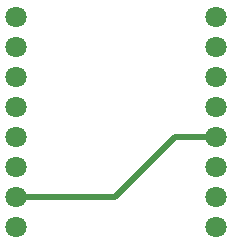
<source format=gbl>
G04 Layer_Physical_Order=2*
G04 Layer_Color=16711680*
%FSLAX44Y44*%
%MOMM*%
G71*
G01*
G75*
%ADD12C,0.5000*%
%ADD14C,1.8000*%
D12*
X998220Y661670D02*
X1032510D01*
X947420Y610870D02*
X998220Y661670D01*
X863600Y610870D02*
X947420D01*
D14*
X1032510Y585470D02*
D03*
Y610870D02*
D03*
Y636270D02*
D03*
Y661670D02*
D03*
Y687070D02*
D03*
Y712470D02*
D03*
Y737870D02*
D03*
Y763270D02*
D03*
X863600Y585470D02*
D03*
Y610870D02*
D03*
Y636270D02*
D03*
Y661670D02*
D03*
Y687070D02*
D03*
Y712470D02*
D03*
Y737870D02*
D03*
Y763270D02*
D03*
M02*

</source>
